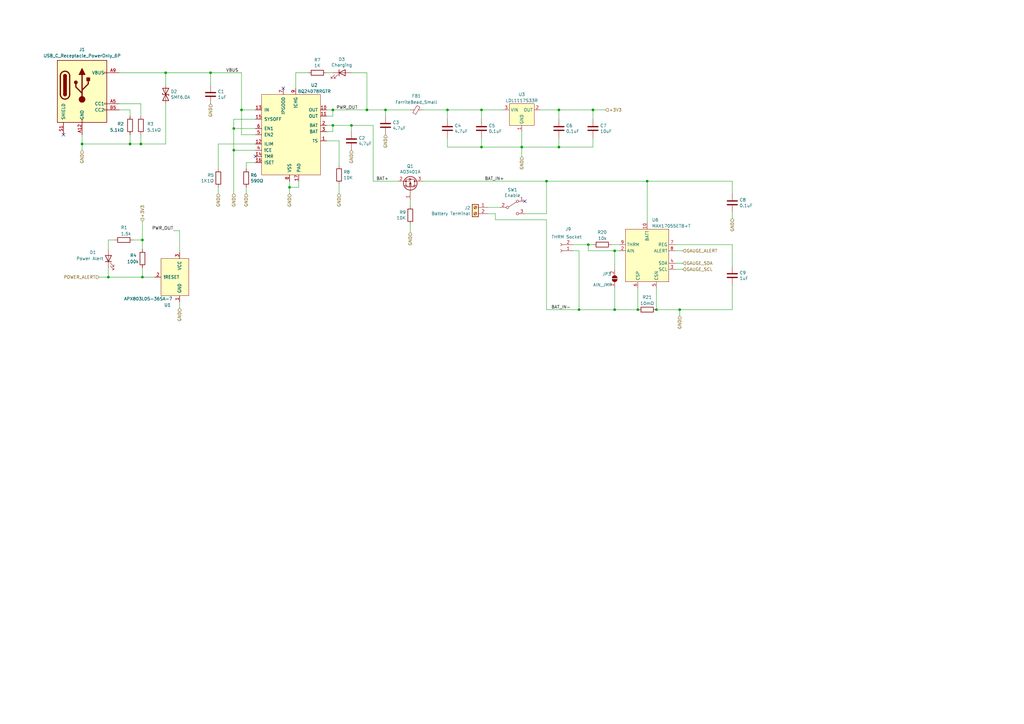
<source format=kicad_sch>
(kicad_sch (version 20230121) (generator eeschema)
  (paper "A3")
  (lib_symbols
    (symbol "Connector:Conn_01x02_Socket" (pin_names (offset 1.016) hide)
      (property "Reference" "J" (at 0 2.54 0))
      (property "Value" "Conn_01x02_Socket" (at 0 -5.08 0))
      (symbol "Conn_01x02_Socket_1_1"
        (arc (start 0 -2.032) (mid -0.5058 -2.54) (end 0 -3.048) (stroke (width 0.1524)))
        (polyline (pts (xy -1.27 -2.54) (xy -0.508 -2.54)) (stroke (width 0.1524)))
        (polyline (pts (xy -1.27 0) (xy -0.508 0)) (stroke (width 0.1524)))
        (arc (start 0 0.508) (mid -0.5058 0) (end 0 -0.508) (stroke (width 0.1524)))
        (pin passive line (at -5.08 0 0) (length 3.81) (name "Pin_1") (number "1"))
        (pin passive line (at -5.08 -2.54 0) (length 3.81) (name "Pin_2") (number "2"))
      )
    )
    (symbol "Connector:Screw_Terminal_01x02" (pin_names (offset 1.016) hide)
      (property "Reference" "J" (at 0 2.54 0))
      (property "Value" "Screw_Terminal_01x02" (at 0 -5.08 0))
      (symbol "Screw_Terminal_01x02_1_1"
        (rectangle (start -1.27 1.27) (end 1.27 -3.81) (stroke (width 0.254)) (fill (type background)))
        (circle (center 0 -2.54) (radius 0.635) (stroke (width 0.1524)))
        (polyline (pts (xy -0.5334 -2.2098) (xy 0.3302 -3.048)) (stroke (width 0.1524)))
        (polyline (pts (xy -0.5334 0.3302) (xy 0.3302 -0.508)) (stroke (width 0.1524)))
        (polyline (pts (xy -0.3556 -2.032) (xy 0.508 -2.8702)) (stroke (width 0.1524)))
        (polyline (pts (xy -0.3556 0.508) (xy 0.508 -0.3302)) (stroke (width 0.1524)))
        (circle (center 0 0) (radius 0.635) (stroke (width 0.1524)))
        (pin passive line (at -5.08 0 0) (length 3.81) (name "Pin_1") (number "1"))
        (pin passive line (at -5.08 -2.54 0) (length 3.81) (name "Pin_2") (number "2"))
      )
    )
    (symbol "Connector:USB_C_Receptacle_PowerOnly_6P" (pin_names (offset 1.016))
      (property "Reference" "J" (at 0 16.51 0))
      (property "Value" "USB_C_Receptacle_PowerOnly_6P" (at 0 13.97 0))
      (symbol "USB_C_Receptacle_PowerOnly_6P_0_0"
        (rectangle (start -0.254 -12.7) (end 0.254 -11.684))
        (rectangle (start 10.16 -7.366) (end 9.144 -7.874))
        (rectangle (start 10.16 -4.826) (end 9.144 -5.334))
        (rectangle (start 10.16 7.874) (end 9.144 7.366))
      )
      (symbol "USB_C_Receptacle_PowerOnly_6P_0_1"
        (rectangle (start -10.16 12.7) (end 10.16 -12.7) (stroke (width 0.254)) (fill (type background)))
        (arc (start -8.89 -1.27) (mid -6.985 -3.1667) (end -5.08 -1.27) (stroke (width 0.508)))
        (arc (start -7.62 -1.27) (mid -6.985 -1.9023) (end -6.35 -1.27) (stroke (width 0.254)))
        (arc (start -7.62 -1.27) (mid -6.985 -1.9023) (end -6.35 -1.27) (stroke (width 0.254)) (fill (type outline)))
        (rectangle (start -7.62 -1.27) (end -6.35 6.35) (stroke (width 0.254)) (fill (type outline)))
        (arc (start -6.35 6.35) (mid -6.985 6.9823) (end -7.62 6.35) (stroke (width 0.254)))
        (arc (start -6.35 6.35) (mid -6.985 6.9823) (end -7.62 6.35) (stroke (width 0.254)) (fill (type outline)))
        (arc (start -5.08 6.35) (mid -6.985 8.2467) (end -8.89 6.35) (stroke (width 0.508)))
        (circle (center -2.54 3.683) (radius 0.635) (stroke (width 0.254)) (fill (type outline)))
        (circle (center 0 -3.302) (radius 1.27) (fill (type outline)))
        (polyline (pts (xy -8.89 -1.27) (xy -8.89 6.35)) (stroke (width 0.508)))
        (polyline (pts (xy -5.08 6.35) (xy -5.08 -1.27)) (stroke (width 0.508)))
        (polyline (pts (xy 0 -3.302) (xy 0 6.858)) (stroke (width 0.508)))
        (polyline (pts (xy 0 -0.762) (xy -2.54 1.778) (xy -2.54 3.048)) (stroke (width 0.508)))
        (polyline (pts (xy 0 0.508) (xy 2.54 3.048) (xy 2.54 4.318)) (stroke (width 0.508)))
        (polyline (pts (xy -1.27 6.858) (xy 0 9.398) (xy 1.27 6.858) (xy -1.27 6.858)) (stroke (width 0.254)) (fill (type outline)))
        (rectangle (start 1.905 4.318) (end 3.175 5.588) (stroke (width 0.254)) (fill (type outline)))
      )
      (symbol "USB_C_Receptacle_PowerOnly_6P_1_1"
        (pin passive line (at 0 -17.78 90) (length 5.08) (name "GND") (number "A12"))
        (pin bidirectional line (at 15.24 -5.08 180) (length 5.08) (name "CC1") (number "A5"))
        (pin passive line (at 15.24 7.62 180) (length 5.08) (name "VBUS") (number "A9"))
        (pin passive line (at 0 -17.78 90) (length 5.08) hide (name "GND") (number "B12"))
        (pin bidirectional line (at 15.24 -7.62 180) (length 5.08) (name "CC2") (number "B5"))
        (pin passive line (at 15.24 7.62 180) (length 5.08) hide (name "VBUS") (number "B9"))
        (pin passive line (at -7.62 -17.78 90) (length 5.08) (name "SHIELD") (number "S1"))
      )
    )
    (symbol "Custom:APX803L05-39SA-7" (pin_names (offset 1.016))
      (property "Reference" "U" (at 0 13.97 0))
      (property "Value" "APX803L05-39SA-7" (at 0 11.43 0))
      (symbol "APX803L05-39SA-7_0_0"
        (pin unspecified line (at 0 -10.16 90) (length 2.54) (name "GND") (number "1"))
        (pin unspecified line (at -10.16 0 0) (length 2.54) (name "!RESET") (number "2"))
        (pin unspecified line (at 0 10.16 270) (length 2.54) (name "VCC") (number "3"))
      )
      (symbol "APX803L05-39SA-7_0_1"
        (rectangle (start -7.62 7.62) (end 3.81 -7.62) (fill (type background)))
      )
    )
    (symbol "Custom:BQ24078RGTR" (pin_names (offset 1.016))
      (property "Reference" "U" (at 8.89 17.78 0))
      (property "Value" "BQ24078RGTR" (at 10.16 15.24 0))
      (symbol "BQ24078RGTR_0_0"
        (pin input line (at 15.24 -5.08 180) (length 2.54) (name "TS") (number "1"))
        (pin power_in line (at 15.24 7.62 180) (length 2.54) (name "OUT") (number "10"))
        (pin power_out line (at 15.24 5.08 180) (length 2.54) (name "OUT") (number "11"))
        (pin input line (at -13.97 -6.35 0) (length 2.54) (name "ILIM") (number "12"))
        (pin power_in line (at -13.97 7.62 0) (length 2.54) (name "IN") (number "13"))
        (pin input line (at -13.97 -11.43 0) (length 2.54) (name "TMR") (number "14"))
        (pin input line (at -13.97 3.81 0) (length 2.54) (name "SYSOFF") (number "15"))
        (pin bidirectional line (at -13.97 -13.97 0) (length 2.54) (name "ISET") (number "16"))
        (pin power_in line (at 3.81 -21.59 90) (length 2.54) (name "PAD") (number "17"))
        (pin bidirectional line (at 15.24 1.27 180) (length 2.54) (name "BAT") (number "2"))
        (pin bidirectional line (at 15.24 -1.27 180) (length 2.54) (name "BAT") (number "3"))
        (pin input line (at -13.97 -8.89 0) (length 2.54) (name "!CE") (number "4"))
        (pin input line (at -13.97 -2.54 0) (length 2.54) (name "EN2") (number "5"))
        (pin input line (at -13.97 0 0) (length 2.54) (name "EN1") (number "6"))
        (pin output line (at -2.54 16.51 270) (length 2.54) (name "!PGOOD") (number "7"))
        (pin power_in line (at 0 -21.59 90) (length 2.54) (name "VSS") (number "8"))
        (pin output line (at 2.54 16.51 270) (length 2.54) (name "!CHG") (number "9"))
      )
      (symbol "BQ24078RGTR_0_1"
        (rectangle (start -11.43 13.97) (end 12.7 -19.05) (fill (type background)))
      )
    )
    (symbol "Custom:LDL1117S33R"
      (property "Reference" "U" (at 0 6.35 0))
      (property "Value" "LDL1117S33R" (at 0 3.81 0))
      (symbol "LDL1117S33R_0_0"
        (pin power_in line (at 0 -8.89 90) (length 2.54) (name "GND") (number "1"))
        (pin power_out line (at 7.62 0 180) (length 2.54) (name "OUT") (number "2"))
        (pin power_in line (at -7.62 0 0) (length 2.54) (name "VIN") (number "3"))
      )
      (symbol "LDL1117S33R_0_1"
        (rectangle (start -5.08 2.54) (end 5.08 -6.35) (fill (type background)))
      )
    )
    (symbol "Custom:MAX17055ETB+T"
      (property "Reference" "U" (at 0 19.05 0))
      (property "Value" "MAX17055ETB+T" (at 0 16.51 0))
      (symbol "MAX17055ETB+T_0_0"
        (pin no_connect line (at 11.43 8.89 180) (length 2.54) hide (name "NC") (number "1"))
        (pin power_in line (at 0 13.97 270) (length 2.54) (name "BATT") (number "10"))
        (pin input line (at -11.43 2.54 0) (length 2.54) (name "AIN") (number "2"))
        (pin input line (at 11.43 -5.08 180) (length 2.54) (name "SCL") (number "3"))
        (pin bidirectional line (at 11.43 -2.54 180) (length 2.54) (name "SDA") (number "4"))
        (pin input line (at 3.81 -12.7 90) (length 2.54) (name "CSN") (number "5"))
        (pin input line (at -3.81 -12.7 90) (length 2.54) (name "CSP") (number "6"))
        (pin output line (at 11.43 5.08 180) (length 2.54) (name "REG") (number "7"))
        (pin output line (at 11.43 2.54 180) (length 2.54) (name "ALERT") (number "8"))
        (pin input line (at -11.43 5.08 0) (length 2.54) (name "THRM") (number "9"))
      )
      (symbol "MAX17055ETB+T_0_1"
        (rectangle (start -8.89 11.43) (end 8.89 -10.16) (fill (type background)))
      )
    )
    (symbol "Device:C" (pin_numbers hide) (pin_names (offset 0.254))
      (property "Reference" "C" (at 0.635 2.54 0))
      (property "Value" "C" (at 0.635 -2.54 0))
      (symbol "C_0_1"
        (polyline (pts (xy -2.032 -0.762) (xy 2.032 -0.762)) (stroke (width 0.508)))
        (polyline (pts (xy -2.032 0.762) (xy 2.032 0.762)) (stroke (width 0.508)))
      )
      (symbol "C_1_1"
        (pin passive line (at 0 3.81 270) (length 2.794) (name "~") (number "1"))
        (pin passive line (at 0 -3.81 90) (length 2.794) (name "~") (number "2"))
      )
    )
    (symbol "Device:D_TVS" (pin_numbers hide) (pin_names (offset 1.016) hide)
      (property "Reference" "D" (at 0 2.54 0))
      (property "Value" "D_TVS" (at 0 -2.54 0))
      (symbol "D_TVS_0_1"
        (polyline (pts (xy 1.27 0) (xy -1.27 0)))
        (polyline (pts (xy 0.508 1.27) (xy 0 1.27) (xy 0 -1.27) (xy -0.508 -1.27)) (stroke (width 0.254)))
        (polyline (pts (xy -2.54 1.27) (xy -2.54 -1.27) (xy 2.54 1.27) (xy 2.54 -1.27) (xy -2.54 1.27)) (stroke (width 0.254)))
      )
      (symbol "D_TVS_1_1"
        (pin passive line (at -3.81 0 0) (length 2.54) (name "A1") (number "1"))
        (pin passive line (at 3.81 0 180) (length 2.54) (name "A2") (number "2"))
      )
    )
    (symbol "Device:FerriteBead_Small" (pin_numbers hide) (pin_names (offset 0))
      (property "Reference" "FB" (at 1.905 1.27 0))
      (property "Value" "FerriteBead_Small" (at 1.905 -1.27 0))
      (symbol "FerriteBead_Small_0_1"
        (polyline (pts (xy 0 -1.27) (xy 0 -0.7874)))
        (polyline (pts (xy 0 0.889) (xy 0 1.2954)))
        (polyline (pts (xy -1.8288 0.2794) (xy -1.1176 1.4986) (xy 1.8288 -0.2032) (xy 1.1176 -1.4224) (xy -1.8288 0.2794)))
      )
      (symbol "FerriteBead_Small_1_1"
        (pin passive line (at 0 2.54 270) (length 1.27) (name "~") (number "1"))
        (pin passive line (at 0 -2.54 90) (length 1.27) (name "~") (number "2"))
      )
    )
    (symbol "Device:LED" (pin_numbers hide) (pin_names (offset 1.016) hide)
      (property "Reference" "D" (at 0 2.54 0))
      (property "Value" "LED" (at 0 -2.54 0))
      (symbol "LED_0_1"
        (polyline (pts (xy -1.27 -1.27) (xy -1.27 1.27)) (stroke (width 0.254)))
        (polyline (pts (xy -1.27 0) (xy 1.27 0)))
        (polyline (pts (xy 1.27 -1.27) (xy 1.27 1.27) (xy -1.27 0) (xy 1.27 -1.27)) (stroke (width 0.254)))
        (polyline (pts (xy -3.048 -0.762) (xy -4.572 -2.286) (xy -3.81 -2.286) (xy -4.572 -2.286) (xy -4.572 -1.524)))
        (polyline (pts (xy -1.778 -0.762) (xy -3.302 -2.286) (xy -2.54 -2.286) (xy -3.302 -2.286) (xy -3.302 -1.524)))
      )
      (symbol "LED_1_1"
        (pin passive line (at -3.81 0 0) (length 2.54) (name "K") (number "1"))
        (pin passive line (at 3.81 0 180) (length 2.54) (name "A") (number "2"))
      )
    )
    (symbol "Device:R" (pin_numbers hide) (pin_names (offset 0))
      (property "Reference" "R" (at 2.032 0 90))
      (property "Value" "R" (at 0 0 90))
      (symbol "R_0_1"
        (rectangle (start -1.016 -2.54) (end 1.016 2.54) (stroke (width 0.254)))
      )
      (symbol "R_1_1"
        (pin passive line (at 0 3.81 270) (length 1.27) (name "~") (number "1"))
        (pin passive line (at 0 -3.81 90) (length 1.27) (name "~") (number "2"))
      )
    )
    (symbol "Jumper:SolderJumper_2_Open" (pin_names (offset 0) hide)
      (property "Reference" "JP" (at 0 2.032 0))
      (property "Value" "SolderJumper_2_Open" (at 0 -2.54 0))
      (symbol "SolderJumper_2_Open_0_1"
        (arc (start -0.254 1.016) (mid -1.2656 0) (end -0.254 -1.016))
        (arc (start -0.254 1.016) (mid -1.2656 0) (end -0.254 -1.016) (fill (type outline)))
        (polyline (pts (xy -0.254 1.016) (xy -0.254 -1.016)))
        (polyline (pts (xy 0.254 1.016) (xy 0.254 -1.016)))
        (arc (start 0.254 -1.016) (mid 1.2656 0) (end 0.254 1.016))
        (arc (start 0.254 -1.016) (mid 1.2656 0) (end 0.254 1.016) (fill (type outline)))
      )
      (symbol "SolderJumper_2_Open_1_1"
        (pin passive line (at -3.81 0 0) (length 2.54) (name "A") (number "1"))
        (pin passive line (at 3.81 0 180) (length 2.54) (name "B") (number "2"))
      )
    )
    (symbol "Switch:SW_SPDT" (pin_names (offset 0) hide)
      (property "Reference" "SW" (at 0 4.318 0))
      (property "Value" "SW_SPDT" (at 0 -5.08 0))
      (symbol "SW_SPDT_0_0"
        (circle (center -2.032 0) (radius 0.508))
        (circle (center 2.032 -2.54) (radius 0.508))
      )
      (symbol "SW_SPDT_0_1"
        (polyline (pts (xy -1.524 0.254) (xy 1.651 2.286)))
        (circle (center 2.032 2.54) (radius 0.508))
      )
      (symbol "SW_SPDT_1_1"
        (pin passive line (at 5.08 2.54 180) (length 2.54) (name "A") (number "1"))
        (pin passive line (at -5.08 0 0) (length 2.54) (name "B") (number "2"))
        (pin passive line (at 5.08 -2.54 180) (length 2.54) (name "C") (number "3"))
      )
    )
    (symbol "Transistor_FET:AO3401A" (pin_names hide)
      (property "Reference" "Q" (at 5.08 1.905 0))
      (property "Value" "AO3401A" (at 5.08 0 0))
      (symbol "AO3401A_0_1"
        (polyline (pts (xy 0.254 0) (xy -2.54 0)))
        (polyline (pts (xy 0.254 1.905) (xy 0.254 -1.905)) (stroke (width 0.254)))
        (polyline (pts (xy 0.762 -1.27) (xy 0.762 -2.286)) (stroke (width 0.254)))
        (polyline (pts (xy 0.762 0.508) (xy 0.762 -0.508)) (stroke (width 0.254)))
        (polyline (pts (xy 0.762 2.286) (xy 0.762 1.27)) (stroke (width 0.254)))
        (polyline (pts (xy 2.54 2.54) (xy 2.54 1.778)))
        (polyline (pts (xy 2.54 -2.54) (xy 2.54 0) (xy 0.762 0)))
        (polyline (pts (xy 0.762 1.778) (xy 3.302 1.778) (xy 3.302 -1.778) (xy 0.762 -1.778)))
        (polyline (pts (xy 2.286 0) (xy 1.27 0.381) (xy 1.27 -0.381) (xy 2.286 0)) (fill (type outline)))
        (polyline (pts (xy 2.794 -0.508) (xy 2.921 -0.381) (xy 3.683 -0.381) (xy 3.81 -0.254)))
        (polyline (pts (xy 3.302 -0.381) (xy 2.921 0.254) (xy 3.683 0.254) (xy 3.302 -0.381)))
        (circle (center 1.651 0) (radius 2.794) (stroke (width 0.254)))
        (circle (center 2.54 -1.778) (radius 0.254) (fill (type outline)))
        (circle (center 2.54 1.778) (radius 0.254) (fill (type outline)))
      )
      (symbol "AO3401A_1_1"
        (pin input line (at -5.08 0 0) (length 2.54) (name "G") (number "1"))
        (pin passive line (at 2.54 -5.08 90) (length 2.54) (name "S") (number "2"))
        (pin passive line (at 2.54 5.08 270) (length 2.54) (name "D") (number "3"))
      )
    )
  )
  (junction (at 252.095 102.87))
  (junction (at 269.24 127))
  (junction (at 224.155 74.295))
  (junction (at 261.62 127))
  (junction (at 144.145 51.435))
  (junction (at 58.42 113.665))
  (junction (at 57.785 59.055))
  (junction (at 241.3 100.33))
  (junction (at 95.885 52.705))
  (junction (at 150.495 45.085))
  (junction (at 44.45 113.665))
  (junction (at 99.06 45.085))
  (junction (at 278.765 127))
  (junction (at 237.49 127))
  (junction (at 136.525 45.085))
  (junction (at 243.205 45.085))
  (junction (at 33.655 59.055))
  (junction (at 86.36 29.845))
  (junction (at 197.485 60.325))
  (junction (at 118.745 76.835))
  (junction (at 213.995 60.325))
  (junction (at 158.115 45.085))
  (junction (at 95.885 61.595))
  (junction (at 229.235 45.085))
  (junction (at 58.42 98.425))
  (junction (at 197.485 45.085))
  (junction (at 252.095 127))
  (junction (at 265.43 74.295))
  (junction (at 229.235 60.325))
  (junction (at 136.525 51.435))
  (junction (at 67.945 29.845))
  (junction (at 183.515 45.085))
  (junction (at 53.34 59.055))
  (no_connect (at 26.035 55.245))
  (no_connect (at 104.775 64.135))
  (no_connect (at 116.205 36.195))
  (no_connect (at 215.265 82.55))
  (wire (pts (xy 144.145 53.975) (xy 144.145 51.435)))
  (wire (pts (xy 136.525 51.435) (xy 144.145 51.435)))
  (wire (pts (xy 203.2 90.17) (xy 203.2 87.63)))
  (wire (pts (xy 33.655 59.055) (xy 53.34 59.055)))
  (wire (pts (xy 229.235 48.895) (xy 229.235 45.085)))
  (wire (pts (xy 86.36 29.845) (xy 99.06 29.845)))
  (wire (pts (xy 300.355 74.295) (xy 300.355 79.375)))
  (wire (pts (xy 53.34 55.245) (xy 53.34 59.055)))
  (wire (pts (xy 100.965 69.215) (xy 100.965 66.675)))
  (wire (pts (xy 183.515 60.325) (xy 183.515 56.515)))
  (wire (pts (xy 133.985 47.625) (xy 136.525 47.625)))
  (wire (pts (xy 183.515 48.895) (xy 183.515 45.085)))
  (wire (pts (xy 104.775 45.085) (xy 99.06 45.085)))
  (wire (pts (xy 133.985 29.845) (xy 136.525 29.845)))
  (wire (pts (xy 197.485 45.085) (xy 206.375 45.085)))
  (wire (pts (xy 241.3 100.33) (xy 243.205 100.33)))
  (wire (pts (xy 150.495 45.085) (xy 150.495 29.845)))
  (wire (pts (xy 203.2 87.63) (xy 200.025 87.63)))
  (wire (pts (xy 73.66 94.615) (xy 73.66 103.505)))
  (wire (pts (xy 183.515 60.325) (xy 197.485 60.325)))
  (wire (pts (xy 276.86 100.33) (xy 300.355 100.33)))
  (wire (pts (xy 183.515 45.085) (xy 197.485 45.085)))
  (wire (pts (xy 58.42 113.665) (xy 63.5 113.665)))
  (wire (pts (xy 168.275 84.455) (xy 168.275 81.915)))
  (wire (pts (xy 252.095 102.87) (xy 252.095 110.49)))
  (wire (pts (xy 213.995 60.325) (xy 229.235 60.325)))
  (wire (pts (xy 53.34 45.085) (xy 53.34 47.625)))
  (wire (pts (xy 44.45 113.665) (xy 58.42 113.665)))
  (wire (pts (xy 261.62 118.11) (xy 261.62 127)))
  (wire (pts (xy 133.985 53.975) (xy 136.525 53.975)))
  (wire (pts (xy 33.655 55.245) (xy 33.655 59.055)))
  (wire (pts (xy 300.355 127) (xy 300.355 116.84)))
  (wire (pts (xy 48.895 29.845) (xy 67.945 29.845)))
  (wire (pts (xy 221.615 45.085) (xy 229.235 45.085)))
  (wire (pts (xy 203.2 90.17) (xy 224.155 90.17)))
  (wire (pts (xy 265.43 74.295) (xy 265.43 91.44)))
  (wire (pts (xy 300.355 100.33) (xy 300.355 109.22)))
  (wire (pts (xy 215.265 87.63) (xy 224.155 87.63)))
  (wire (pts (xy 118.745 76.835) (xy 118.745 74.295)))
  (wire (pts (xy 133.985 45.085) (xy 136.525 45.085)))
  (wire (pts (xy 57.785 55.245) (xy 57.785 59.055)))
  (wire (pts (xy 234.95 102.87) (xy 237.49 102.87)))
  (wire (pts (xy 40.64 113.665) (xy 44.45 113.665)))
  (wire (pts (xy 73.66 126.365) (xy 73.66 123.825)))
  (wire (pts (xy 95.885 52.705) (xy 95.885 61.595)))
  (wire (pts (xy 95.885 48.895) (xy 95.885 52.705)))
  (wire (pts (xy 58.42 109.855) (xy 58.42 113.665)))
  (wire (pts (xy 229.235 45.085) (xy 243.205 45.085)))
  (wire (pts (xy 99.06 55.245) (xy 99.06 45.085)))
  (wire (pts (xy 118.745 79.375) (xy 118.745 76.835)))
  (wire (pts (xy 122.555 76.835) (xy 122.555 74.295)))
  (wire (pts (xy 86.36 29.845) (xy 86.36 34.925)))
  (wire (pts (xy 252.095 102.87) (xy 241.3 102.87)))
  (wire (pts (xy 54.61 98.425) (xy 58.42 98.425)))
  (wire (pts (xy 44.45 98.425) (xy 46.99 98.425)))
  (wire (pts (xy 153.035 74.295) (xy 153.035 51.435)))
  (wire (pts (xy 224.155 127) (xy 224.155 90.17)))
  (wire (pts (xy 234.95 100.33) (xy 241.3 100.33)))
  (wire (pts (xy 153.035 74.295) (xy 163.195 74.295)))
  (wire (pts (xy 100.965 66.675) (xy 104.775 66.675)))
  (wire (pts (xy 136.525 51.435) (xy 133.985 51.435)))
  (wire (pts (xy 139.065 75.565) (xy 139.065 79.375)))
  (wire (pts (xy 58.42 98.425) (xy 58.42 90.805)))
  (wire (pts (xy 139.065 57.785) (xy 139.065 67.945)))
  (wire (pts (xy 57.785 42.545) (xy 57.785 47.625)))
  (wire (pts (xy 95.885 61.595) (xy 95.885 79.375)))
  (wire (pts (xy 276.86 102.87) (xy 280.035 102.87)))
  (wire (pts (xy 33.655 59.055) (xy 33.655 61.595)))
  (wire (pts (xy 243.205 48.895) (xy 243.205 45.085)))
  (wire (pts (xy 57.785 59.055) (xy 67.945 59.055)))
  (wire (pts (xy 89.535 79.375) (xy 89.535 76.835)))
  (wire (pts (xy 252.095 102.87) (xy 254 102.87)))
  (wire (pts (xy 95.885 61.595) (xy 104.775 61.595)))
  (wire (pts (xy 252.095 127) (xy 261.62 127)))
  (wire (pts (xy 67.945 34.925) (xy 67.945 29.845)))
  (wire (pts (xy 95.885 48.895) (xy 104.775 48.895)))
  (wire (pts (xy 243.205 60.325) (xy 243.205 56.515)))
  (wire (pts (xy 197.485 48.895) (xy 197.485 45.085)))
  (wire (pts (xy 300.355 86.995) (xy 300.355 89.535)))
  (wire (pts (xy 276.86 107.95) (xy 280.035 107.95)))
  (wire (pts (xy 197.485 60.325) (xy 213.995 60.325)))
  (wire (pts (xy 48.895 42.545) (xy 57.785 42.545)))
  (wire (pts (xy 44.45 102.235) (xy 44.45 98.425)))
  (wire (pts (xy 136.525 47.625) (xy 136.525 45.085)))
  (wire (pts (xy 121.285 36.195) (xy 121.285 29.845)))
  (wire (pts (xy 250.825 100.33) (xy 254 100.33)))
  (wire (pts (xy 118.745 76.835) (xy 122.555 76.835)))
  (wire (pts (xy 168.275 92.075) (xy 168.275 95.25)))
  (wire (pts (xy 237.49 102.87) (xy 237.49 127)))
  (wire (pts (xy 229.235 60.325) (xy 243.205 60.325)))
  (wire (pts (xy 278.765 127) (xy 300.355 127)))
  (wire (pts (xy 229.235 60.325) (xy 229.235 56.515)))
  (wire (pts (xy 173.355 74.295) (xy 224.155 74.295)))
  (wire (pts (xy 224.155 74.295) (xy 224.155 87.63)))
  (wire (pts (xy 224.155 74.295) (xy 265.43 74.295)))
  (wire (pts (xy 71.12 94.615) (xy 73.66 94.615)))
  (wire (pts (xy 133.985 57.785) (xy 139.065 57.785)))
  (wire (pts (xy 197.485 60.325) (xy 197.485 56.515)))
  (wire (pts (xy 89.535 59.055) (xy 104.775 59.055)))
  (wire (pts (xy 269.24 127) (xy 278.765 127)))
  (wire (pts (xy 136.525 53.975) (xy 136.525 51.435)))
  (wire (pts (xy 67.945 29.845) (xy 86.36 29.845)))
  (wire (pts (xy 158.115 45.085) (xy 168.275 45.085)))
  (wire (pts (xy 89.535 59.055) (xy 89.535 69.215)))
  (wire (pts (xy 136.525 45.085) (xy 150.495 45.085)))
  (wire (pts (xy 58.42 102.235) (xy 58.42 98.425)))
  (wire (pts (xy 241.3 102.87) (xy 241.3 100.33)))
  (wire (pts (xy 150.495 45.085) (xy 158.115 45.085)))
  (wire (pts (xy 237.49 127) (xy 252.095 127)))
  (wire (pts (xy 95.885 52.705) (xy 104.775 52.705)))
  (wire (pts (xy 276.86 110.49) (xy 280.035 110.49)))
  (wire (pts (xy 265.43 74.295) (xy 300.355 74.295)))
  (wire (pts (xy 173.355 45.085) (xy 183.515 45.085)))
  (wire (pts (xy 278.765 127) (xy 278.765 129.54)))
  (wire (pts (xy 104.775 55.245) (xy 99.06 55.245)))
  (wire (pts (xy 121.285 29.845) (xy 126.365 29.845)))
  (wire (pts (xy 100.965 79.375) (xy 100.965 76.835)))
  (wire (pts (xy 252.095 118.11) (xy 252.095 127)))
  (wire (pts (xy 67.945 42.545) (xy 67.945 59.055)))
  (wire (pts (xy 158.115 47.625) (xy 158.115 45.085)))
  (wire (pts (xy 53.34 59.055) (xy 57.785 59.055)))
  (wire (pts (xy 213.995 64.135) (xy 213.995 60.325)))
  (wire (pts (xy 213.995 53.975) (xy 213.995 60.325)))
  (wire (pts (xy 269.24 118.11) (xy 269.24 127)))
  (wire (pts (xy 200.025 85.09) (xy 205.105 85.09)))
  (wire (pts (xy 48.895 45.085) (xy 53.34 45.085)))
  (wire (pts (xy 99.06 29.845) (xy 99.06 45.085)))
  (wire (pts (xy 44.45 113.665) (xy 44.45 109.855)))
  (wire (pts (xy 144.145 29.845) (xy 150.495 29.845)))
  (wire (pts (xy 144.145 51.435) (xy 153.035 51.435)))
  (wire (pts (xy 243.205 45.085) (xy 248.285 45.085)))
  (wire (pts (xy 224.155 127) (xy 237.49 127)))
  (label "PWR_OUT" (at 71.12 94.615 180))
  (label "BAT_IN-" (at 226.06 127 0))
  (label "BAT_IN+" (at 198.755 74.295 0))
  (label "BAT+" (at 154.305 74.295 0))
  (label "VBUS" (at 97.79 29.845 180))
  (label "PWR_OUT" (at 146.685 45.085 180))
  (hierarchical_label "GAUGE_SDA" (shape input) (at 280.035 107.95 0))
  (hierarchical_label "GND" (shape input) (at 118.745 79.375 270))
  (hierarchical_label "GND" (shape input) (at 86.36 42.545 270))
  (hierarchical_label "GAUGE_SCL" (shape input) (at 280.035 110.49 0))
  (hierarchical_label "GND" (shape input) (at 73.66 126.365 270))
  (hierarchical_label "GND" (shape input) (at 89.535 79.375 270))
  (hierarchical_label "GND" (shape input) (at 300.355 89.535 270))
  (hierarchical_label "GND" (shape input) (at 95.885 79.375 270))
  (hierarchical_label "GND" (shape input) (at 158.115 55.245 270))
  (hierarchical_label "GND" (shape input) (at 100.965 79.375 270))
  (hierarchical_label "GND" (shape input) (at 144.145 61.595 270))
  (hierarchical_label "GND" (shape input) (at 33.655 61.595 270))
  (hierarchical_label "+3V3" (shape input) (at 58.42 90.805 90))
  (hierarchical_label "POWER_ALERT" (shape input) (at 40.64 113.665 180))
  (hierarchical_label "GND" (shape input) (at 278.765 129.54 270))
  (hierarchical_label "+3V3" (shape input) (at 248.285 45.085 0))
  (hierarchical_label "GND" (shape input) (at 168.275 95.25 270))
  (hierarchical_label "GND" (shape input) (at 213.995 64.135 270))
  (hierarchical_label "GND" (shape input) (at 139.065 79.375 270))
  (hierarchical_label "GAUGE_ALERT" (shape input) (at 280.035 102.87 0))
  (symbol (lib_id "Device:R") (at 58.42 106.045 0) (unit 1)
    (property "Reference" "R4" (at 53.34 104.775 0) (effects (justify left)))
    (property "Value" "100k" (at 52.07 107.315 0) (effects (justify left)))
    (property "Footprint" "Resistor_SMD:R_0402_1005Metric" (effects hide))
    (instances (project "indoor-bike-computer-motherboard-v2" (path "" (reference "R4") (unit 1))) (project "DoorHandlerTransmitterV2" (path "" (reference "R9") (unit 1))))
  )
  (symbol (lib_id "Connector:Conn_01x02_Socket") (at 229.87 102.87 180) (unit 1)
    (property "Reference" "J9" (at 233.045 93.98 0))
    (property "Value" "THRM Socket" (at 232.41 97.155 0))
    (property "Footprint" "Connector_PinSocket_2.54mm:PinSocket_1x02_P2.54mm_Vertical" (effects hide))
    (instances (project "indoor-bike-computer-motherboard-v2" (path "" (reference "J9") (unit 1)) (path "" (reference "J3") (unit 1))))
  )
  (symbol (lib_id "Device:C") (at 300.355 113.03 0) (unit 1)
    (property "Reference" "C9" (at 303.276 111.8616 0) (effects (justify left)))
    (property "Value" "1uF" (at 303.276 114.173 0) (effects (justify left)))
    (property "Footprint" "Capacitor_SMD:C_0402_1005Metric" (effects hide))
    (instances (project "indoor-bike-computer-motherboard-v2" (path "" (reference "C9") (unit 1))) (project "DoorHandlerTransmitterV2" (path "" (reference "C14") (unit 1))))
  )
  (symbol (lib_id "Device:R") (at 50.8 98.425 270) (unit 1)
    (property "Reference" "R1" (at 49.53 93.345 90) (effects (justify left)))
    (property "Value" "1.5k" (at 49.53 95.885 90) (effects (justify left)))
    (property "Footprint" "Resistor_SMD:R_0402_1005Metric" (effects hide))
    (instances (project "indoor-bike-computer-motherboard-v2" (path "" (reference "R1") (unit 1))) (project "DoorHandlerTransmitterV2" (path "" (reference "R8") (unit 1))))
  )
  (symbol (lib_id "Connector:USB_C_Receptacle_PowerOnly_6P") (at 33.655 37.465 0) (unit 1)
    (property "Reference" "J1" (at 33.655 20.32 0))
    (property "Value" "USB_C_Receptacle_PowerOnly_6P" (at 33.655 22.86 0))
    (property "Footprint" "Custom:USB_C_Receptacle U262-161N-4BVC11" (effects hide))
    (property "Datasheet" "https://www.usb.org/sites/default/files/documents/usb_type-c.zip" (effects hide))
  )
  (symbol (lib_id "Device:R") (at 100.965 73.025 180) (unit 1)
    (property "Reference" "R6" (at 102.743 71.8566 0) (effects (justify right)))
    (property "Value" "590Ω" (at 102.743 74.168 0) (effects (justify right)))
    (property "Footprint" "Resistor_SMD:R_0402_1005Metric" (effects hide))
    (instances (project "indoor-bike-computer-motherboard-v2" (path "" (reference "R6") (unit 1))) (project "DoorHandlerTransmitterV2" (path "" (reference "R11") (unit 1))))
  )
  (symbol (lib_id "Device:C") (at 300.355 83.185 0) (unit 1)
    (property "Reference" "C8" (at 303.276 82.0166 0) (effects (justify left)))
    (property "Value" "0.1uF" (at 303.276 84.328 0) (effects (justify left)))
    (property "Footprint" "Capacitor_SMD:C_0402_1005Metric" (effects hide))
    (instances (project "indoor-bike-computer-motherboard-v2" (path "" (reference "C8") (unit 1))) (project "DoorHandlerTransmitterV2" (path "" (reference "C14") (unit 1))))
  )
  (symbol (lib_id "Switch:SW_SPDT") (at 210.185 85.09 0) (unit 1)
    (property "Reference" "SW1" (at 210.185 77.851 0))
    (property "Value" "Enable" (at 210.185 80.1624 0))
    (property "Footprint" "Custom:Toggle-Switch-SK12D07VG4" (effects hide))
    (instances (project "indoor-bike-computer-motherboard-v2" (path "" (reference "SW1") (unit 1))) (project "DoorHandlerTransmitterV2" (path "" (reference "SW3") (unit 1))))
  )
  (symbol (lib_id "Device:R") (at 168.275 88.265 0) (mirror y) (unit 1)
    (property "Reference" "R9" (at 166.497 87.0966 0) (effects (justify left)))
    (property "Value" "10K" (at 166.497 89.408 0) (effects (justify left)))
    (property "Footprint" "Resistor_SMD:R_0402_1005Metric" (effects hide))
    (instances (project "indoor-bike-computer-motherboard-v2" (path "" (reference "R9") (unit 1))) (project "DoorHandlerTransmitterV2" (path "" (reference "R15") (unit 1))))
  )
  (symbol (lib_id "Device:FerriteBead_Small") (at 170.815 45.085 90) (unit 1)
    (property "Reference" "FB1" (at 170.7769 39.37 90))
    (property "Value" "FerriteBead_Small" (at 170.7769 41.91 90))
    (property "Footprint" "Inductor_SMD:L_0805_2012Metric_Pad1.15x1.40mm_HandSolder" (effects hide))
  )
  (symbol (lib_id "Device:C") (at 183.515 52.705 0) (unit 1)
    (property "Reference" "C4" (at 186.436 51.5366 0) (effects (justify left)))
    (property "Value" "4.7uF" (at 186.436 53.848 0) (effects (justify left)))
    (property "Footprint" "Capacitor_SMD:C_0402_1005Metric" (effects hide))
    (instances (project "indoor-bike-computer-motherboard-v2" (path "" (reference "C4") (unit 1))) (project "DoorHandlerTransmitterV2" (path "" (reference "C12") (unit 1))))
  )
  (symbol (lib_id "Device:C") (at 243.205 52.705 0) (unit 1)
    (property "Reference" "C7" (at 246.126 51.5366 0) (effects (justify left)))
    (property "Value" "10uF" (at 246.126 53.848 0) (effects (justify left)))
    (property "Footprint" "Capacitor_SMD:C_0805_2012Metric" (effects hide))
    (instances (project "indoor-bike-computer-motherboard-v2" (path "" (reference "C7") (unit 1))) (project "DoorHandlerTransmitterV2" (path "" (reference "C15") (unit 1))))
  )
  (symbol (lib_id "Device:LED") (at 44.45 106.045 90) (unit 1)
    (property "Reference" "D1" (at 38.1 103.505 90))
    (property "Value" "Power Alert" (at 36.83 106.045 90))
    (property "Footprint" "LED_SMD:LED_0603_1608Metric" (effects hide))
    (instances (project "indoor-bike-computer-motherboard-v2" (path "" (reference "D1") (unit 1))) (project "DoorHandlerTransmitterV2" (path "" (reference "D2") (unit 1))))
  )
  (symbol (lib_id "Device:LED") (at 140.335 29.845 0) (unit 1)
    (property "Reference" "D3" (at 140.1572 24.3332 0))
    (property "Value" "Charging" (at 140.1572 26.6446 0))
    (property "Footprint" "LED_SMD:LED_0603_1608Metric" (effects hide))
    (instances (project "indoor-bike-computer-motherboard-v2" (path "" (reference "D3") (unit 1))) (project "DoorHandlerTransmitterV2" (path "" (reference "D5") (unit 1))))
  )
  (symbol (lib_id "Device:C") (at 229.235 52.705 0) (unit 1)
    (property "Reference" "C6" (at 232.156 51.5366 0) (effects (justify left)))
    (property "Value" "0.1uF" (at 232.156 53.848 0) (effects (justify left)))
    (property "Footprint" "Capacitor_SMD:C_0402_1005Metric" (effects hide))
    (instances (project "indoor-bike-computer-motherboard-v2" (path "" (reference "C6") (unit 1))) (project "DoorHandlerTransmitterV2" (path "" (reference "C14") (unit 1))))
  )
  (symbol (lib_id "Device:R") (at 89.535 73.025 0) (mirror x) (unit 1)
    (property "Reference" "R5" (at 87.757 71.8566 0) (effects (justify right)))
    (property "Value" "1K1Ω" (at 87.757 74.168 0) (effects (justify right)))
    (property "Footprint" "Resistor_SMD:R_0402_1005Metric" (effects hide))
    (instances (project "indoor-bike-computer-motherboard-v2" (path "" (reference "R5") (unit 1))) (project "DoorHandlerTransmitterV2" (path "" (reference "R10") (unit 1))))
  )
  (symbol (lib_id "Device:R") (at 265.43 127 90) (unit 1)
    (property "Reference" "R21" (at 265.43 121.92 90))
    (property "Value" "10mΩ" (at 265.43 124.46 90))
    (property "Footprint" "Custom:Resistor_SMD_4527" (effects hide))
    (instances (project "indoor-bike-computer-motherboard-v2" (path "" (reference "R21") (unit 1)) (path "" (reference "R11") (unit 1))))
  )
  (symbol (lib_id "Custom:APX803L05-39SA-7") (at 73.66 113.665 0) (unit 1)
    (property "Reference" "U1" (at 67.31 125.095 0) (effects (justify left)))
    (property "Value" "APX803L05-36SA-7" (at 50.8 122.555 0) (effects (justify left)))
    (property "Footprint" "Package_TO_SOT_SMD:SOT-23W_Handsoldering" (effects hide))
    (property "Datasheet" "https://www.mouser.de/datasheet/2/115/APX803L-1113564.pdf" (effects hide))
    (instances (project "indoor-bike-computer-motherboard-v2" (path "" (reference "U1") (unit 1))) (project "DoorHandlerTransmitterV2" (path "" (reference "U2") (unit 1))))
  )
  (symbol (lib_id "Custom:LDL1117S33R") (at 213.995 45.085 0) (unit 1)
    (property "Reference" "U3" (at 213.995 38.735 0))
    (property "Value" "LDL1117S33R" (at 213.995 41.275 0))
    (property "Footprint" "Package_TO_SOT_SMD:SOT-223-3_TabPin2" (effects hide))
    (property "Datasheet" "https://eu.mouser.com/datasheet/2/389/ldl1117-1849797.pdf" (effects hide))
  )
  (symbol (lib_id "Device:C") (at 158.115 51.435 0) (unit 1)
    (property "Reference" "C3" (at 161.036 50.2666 0) (effects (justify left)))
    (property "Value" "4.7uF" (at 161.036 52.578 0) (effects (justify left)))
    (property "Footprint" "Capacitor_SMD:C_0402_1005Metric" (effects hide))
    (instances (project "indoor-bike-computer-motherboard-v2" (path "" (reference "C3") (unit 1))) (project "DoorHandlerTransmitterV2" (path "" (reference "C11") (unit 1))))
  )
  (symbol (lib_id "Device:R") (at 53.34 51.435 0) (mirror y) (unit 1)
    (property "Reference" "R2" (at 50.8 50.8 0) (effects (justify left)))
    (property "Value" "5.1kΩ" (at 50.8 53.34 0) (effects (justify left)))
    (property "Footprint" "Resistor_SMD:R_0402_1005Metric" (effects hide))
    (instances (project "indoor-bike-computer-motherboard-v2" (path "" (reference "R2") (unit 1))) (project "USB4151-GF-C" (path "" (reference "R1") (unit 1))))
  )
  (symbol (lib_id "Custom:BQ24078RGTR") (at 118.745 52.705 0) (unit 1)
    (property "Reference" "U2" (at 128.905 34.925 0))
    (property "Value" "BQ24078RGTR" (at 128.905 37.465 0))
    (property "Footprint" "Package_DFN_QFN:VQFN-16-1EP_3x3mm_P0.5mm_EP1.45x1.45mm" (effects hide))
    (property "Datasheet" "https://www.ti.com/lit/ds/symlink/bq24078.pdf" (effects hide))
    (instances (project "indoor-bike-computer-motherboard-v2" (path "" (reference "U2") (unit 1))) (project "DoorHandlerTransmitterV2" (path "" (reference "U3") (unit 1))))
  )
  (symbol (lib_id "Device:R") (at 247.015 100.33 90) (unit 1)
    (property "Reference" "R20" (at 248.92 95.25 90) (effects (justify left)))
    (property "Value" "10k" (at 248.92 97.79 90) (effects (justify left)))
    (property "Footprint" "Resistor_SMD:R_0402_1005Metric" (effects hide))
    (instances (project "indoor-bike-computer-motherboard-v2" (path "" (reference "R20") (unit 1)) (path "" (reference "R10") (unit 1))) (project "ER-TFT040-1" (path "" (reference "R5") (unit 1))))
  )
  (symbol (lib_id "Connector:Screw_Terminal_01x02") (at 194.945 85.09 0) (mirror y) (unit 1)
    (property "Reference" "J2" (at 192.913 85.2932 0) (effects (justify left)))
    (property "Value" "Battery Terminal" (at 192.913 87.6046 0) (effects (justify left)))
    (property "Footprint" "Connector_Hirose:Hirose_DF13-02P-1.25DSA_1x02_P1.25mm_Vertical" (effects hide))
    (instances (project "indoor-bike-computer-motherboard-v2" (path "" (reference "J2") (unit 1))) (project "DoorHandlerTransmitterV2" (path "" (reference "J5") (unit 1))))
  )
  (symbol (lib_id "Device:R") (at 139.065 71.755 0) (unit 1)
    (property "Reference" "R8" (at 140.843 70.5866 0) (effects (justify left)))
    (property "Value" "10K" (at 140.843 72.898 0) (effects (justify left)))
    (property "Footprint" "Resistor_SMD:R_0402_1005Metric" (effects hide))
    (instances (project "indoor-bike-computer-motherboard-v2" (path "" (reference "R8") (unit 1))) (project "DoorHandlerTransmitterV2" (path "" (reference "R14") (unit 1))))
  )
  (symbol (lib_id "Device:C") (at 197.485 52.705 0) (unit 1)
    (property "Reference" "C5" (at 200.406 51.5366 0) (effects (justify left)))
    (property "Value" "0.1uF" (at 200.406 53.848 0) (effects (justify left)))
    (property "Footprint" "Capacitor_SMD:C_0402_1005Metric" (effects hide))
    (instances (project "indoor-bike-computer-motherboard-v2" (path "" (reference "C5") (unit 1))) (project "DoorHandlerTransmitterV2" (path "" (reference "C13") (unit 1))))
  )
  (symbol (lib_id "Custom:MAX17055ETB+T") (at 265.43 105.41 0) (unit 1)
    (property "Reference" "U6" (at 267.3859 90.17 0) (effects (justify left)))
    (property "Value" "MAX17055ETB+T" (at 267.3859 92.71 0) (effects (justify left)))
    (property "Footprint" "Custom:TDFN-EP-10-2.0x2.5" (effects hide))
    (property "Datasheet" "https://www.mouser.de/datasheet/2/609/MAX17055-3127372.pdf" (effects hide))
    (instances (project "indoor-bike-computer-motherboard-v2" (path "" (reference "U6") (unit 1)) (path "" (reference "U4") (unit 1))))
  )
  (symbol (lib_id "Device:C") (at 144.145 57.785 0) (unit 1)
    (property "Reference" "C2" (at 147.066 56.6166 0) (effects (justify left)))
    (property "Value" "4.7uF" (at 147.066 58.928 0) (effects (justify left)))
    (property "Footprint" "Capacitor_SMD:C_0402_1005Metric" (effects hide))
    (instances (project "indoor-bike-computer-motherboard-v2" (path "" (reference "C2") (unit 1))) (project "DoorHandlerTransmitterV2" (path "" (reference "C10") (unit 1))))
  )
  (symbol (lib_id "Transistor_FET:AO3401A") (at 168.275 76.835 270) (mirror x) (unit 1)
    (property "Reference" "Q1" (at 168.275 68.1482 90))
    (property "Value" "AO3401A" (at 168.275 70.4596 90))
    (property "Footprint" "Package_TO_SOT_SMD:SOT-23" (effects hide))
    (property "Datasheet" "http://www.aosmd.com/pdfs/datasheet/AO3401A.pdf" (effects hide))
  )
  (symbol (lib_id "Device:C") (at 86.36 38.735 0) (unit 1)
    (property "Reference" "C1" (at 89.281 37.5666 0) (effects (justify left)))
    (property "Value" "1uF" (at 89.281 39.878 0) (effects (justify left)))
    (property "Footprint" "Capacitor_SMD:C_0402_1005Metric" (effects hide))
    (instances (project "indoor-bike-computer-motherboard-v2" (path "" (reference "C1") (unit 1))) (project "DoorHandlerTransmitterV2" (path "" (reference "C9") (unit 1))))
  )
  (symbol (lib_id "Device:D_TVS") (at 67.945 38.735 270) (unit 1)
    (property "Reference" "D2" (at 69.977 37.5666 90) (effects (justify left)))
    (property "Value" "SMF6.0A" (at 69.977 39.878 90) (effects (justify left)))
    (property "Footprint" "Diode_SMD:D_SOD-123F" (effects hide))
    (instances (project "indoor-bike-computer-motherboard-v2" (path "" (reference "D2") (unit 1))) (project "DoorHandlerTransmitterV2" (path "" (reference "D3") (unit 1))))
  )
  (symbol (lib_id "Device:R") (at 130.175 29.845 270) (unit 1)
    (property "Reference" "R7" (at 130.175 24.5872 90))
    (property "Value" "1K" (at 130.175 26.8986 90))
    (property "Footprint" "Resistor_SMD:R_0402_1005Metric" (effects hide))
    (instances (project "indoor-bike-computer-motherboard-v2" (path "" (reference "R7") (unit 1))) (project "DoorHandlerTransmitterV2" (path "" (reference "R13") (unit 1))))
  )
  (symbol (lib_id "Jumper:SolderJumper_2_Open") (at 252.095 114.3 90) (unit 1)
    (property "Reference" "JP3" (at 247.015 112.395 90) (effects (justify right)))
    (property "Value" "AIN_JMP" (at 243.205 116.84 90) (effects (justify right)))
    (property "Footprint" "Jumper:SolderJumper-2_P1.3mm_Open_RoundedPad1.0x1.5mm" (effects hide))
    (instances (project "indoor-bike-computer-motherboard-v2" (path "" (reference "JP3") (unit 1)) (path "" (reference "JP1") (unit 1))))
  )
  (symbol (lib_id "Device:R") (at 57.785 51.435 0) (unit 1)
    (property "Reference" "R3" (at 60.325 50.8 0) (effects (justify left)))
    (property "Value" "5.1kΩ" (at 60.325 53.34 0) (effects (justify left)))
    (property "Footprint" "Resistor_SMD:R_0402_1005Metric" (effects hide))
    (instances (project "indoor-bike-computer-motherboard-v2" (path "" (reference "R3") (unit 1))) (project "USB4151-GF-C" (path "" (reference "R2") (unit 1))))
  )
)
</source>
